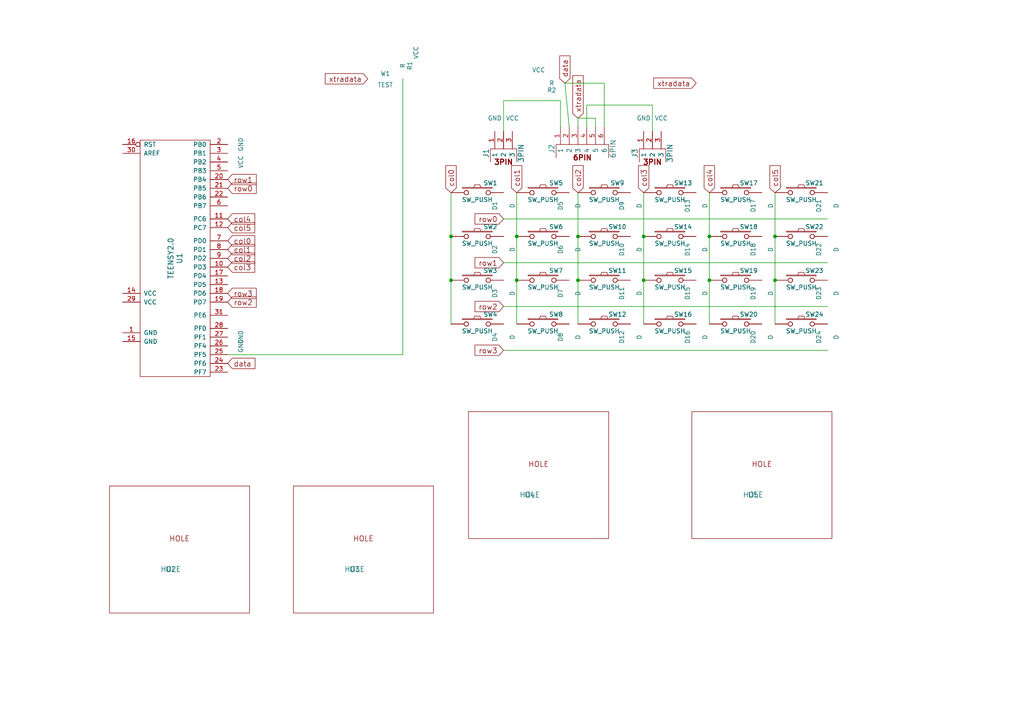
<source format=kicad_sch>
(kicad_sch (version 20230121) (generator eeschema)
  (paper "A4")
  (lib_symbols
    (symbol "lets_split:3PIN" (pin_names (offset 1.016))
      (property "Reference" "J" (at -1.27 5.08 0))
      (property "Value" "3PIN" (at -1.27 -5.08 0))
      (symbol "3PIN_0_0"
        (text "3PIN" (at -3.81 0 900) (effects (font (size 1.524 1.524) bold)))
      )
      (symbol "3PIN_0_1"
        (polyline (pts (xy -3.81 3.81) (xy 0 3.81) (xy 0 -3.81) (xy -3.81 -3.81)))
      )
      (symbol "3PIN_1_1"
        (pin input line (at 5.08 2.54 180) (length 5.08) (name "1") (number "1"))
        (pin power_in line (at 5.08 0 180) (length 5.08) (name "2") (number "2"))
        (pin output line (at 5.08 -2.54 180) (length 5.08) (name "3") (number "3"))
      )
    )
    (symbol "lets_split:6PIN" (pin_names (offset 1.016))
      (property "Reference" "J" (at -1.27 8.89 0))
      (property "Value" "6PIN" (at -1.27 -8.89 0))
      (symbol "6PIN_0_0"
        (polyline (pts (xy -3.81 7.62) (xy 0 7.62) (xy 0 -7.62) (xy -3.81 -7.62)))
        (text "6PIN" (at -3.81 0 900) (effects (font (size 1.524 1.524) bold)))
      )
      (symbol "6PIN_1_1"
        (pin input line (at 5.08 6.35 180) (length 5.08) (name "1") (number "1"))
        (pin power_in line (at 5.08 3.81 180) (length 5.08) (name "2") (number "2"))
        (pin output line (at 5.08 1.27 180) (length 5.08) (name "3") (number "3"))
        (pin power_in line (at 5.08 -1.27 180) (length 5.08) (name "4") (number "4"))
        (pin input line (at 5.08 -3.81 180) (length 5.08) (name "5") (number "5"))
        (pin input line (at 5.08 -6.35 180) (length 5.08) (name "6") (number "6"))
      )
    )
    (symbol "lets_split:HOLE" (pin_names (offset 1.016))
      (property "Reference" "U" (at 0 0 0))
      (property "Value" "HOLE" (at 0 0 0))
      (symbol "HOLE_0_0"
        (text "HOLE" (at 2.54 8.89 0) (effects (font (size 1.524 1.524))))
      )
      (symbol "HOLE_0_1"
        (rectangle (start -17.78 24.13) (end 22.86 -12.7))
      )
    )
    (symbol "lets_split:SW_PUSH" (pin_numbers hide) (pin_names (offset 1.016) hide)
      (property "Reference" "SW" (at 3.81 2.794 0))
      (property "Value" "SW_PUSH" (at 0 -2.032 0))
      (symbol "SW_PUSH_0_1"
        (rectangle (start -4.318 1.27) (end 4.318 1.524))
        (polyline (pts (xy -1.016 1.524) (xy -0.762 2.286) (xy 0.762 2.286) (xy 1.016 1.524)))
        (pin passive inverted (at -7.62 0 0) (length 5.08) (name "1") (number "1"))
        (pin passive inverted (at 7.62 0 180) (length 5.08) (name "2") (number "2"))
      )
    )
    (symbol "lets_split:TEENSY2.0" (pin_names (offset 1.016))
      (property "Reference" "U" (at 1.27 0 90))
      (property "Value" "TEENSY2.0" (at -1.27 0 90))
      (symbol "TEENSY2.0_0_1"
        (rectangle (start -10.16 34.29) (end 10.16 -34.29))
      )
      (symbol "TEENSY2.0_1_1"
        (pin power_out line (at -15.24 -21.59 0) (length 5.08) (name "GND") (number "1"))
        (pin bidirectional line (at 15.24 -2.54 180) (length 5.08) (name "PD3") (number "10"))
        (pin bidirectional line (at 15.24 11.43 180) (length 5.08) (name "PC6") (number "11"))
        (pin bidirectional line (at 15.24 8.89 180) (length 5.08) (name "PC7") (number "12"))
        (pin bidirectional line (at 15.24 -7.62 180) (length 5.08) (name "PD5") (number "13"))
        (pin power_out line (at -15.24 -10.16 0) (length 5.08) (name "VCC") (number "14"))
        (pin power_out line (at -15.24 -24.13 0) (length 5.08) (name "GND") (number "15"))
        (pin input inverted (at -15.24 33.02 0) (length 5.08) (name "RST") (number "16"))
        (pin bidirectional line (at 15.24 -5.08 180) (length 5.08) (name "PD4") (number "17"))
        (pin bidirectional line (at 15.24 -10.16 180) (length 5.08) (name "PD6") (number "18"))
        (pin bidirectional line (at 15.24 -12.7 180) (length 5.08) (name "PD7") (number "19"))
        (pin bidirectional line (at 15.24 33.02 180) (length 5.08) (name "PB0") (number "2"))
        (pin bidirectional line (at 15.24 22.86 180) (length 5.08) (name "PB4") (number "20"))
        (pin bidirectional line (at 15.24 20.32 180) (length 5.08) (name "PB5") (number "21"))
        (pin bidirectional line (at 15.24 17.78 180) (length 5.08) (name "PB6") (number "22"))
        (pin bidirectional line (at 15.24 -33.02 180) (length 5.08) (name "PF7") (number "23"))
        (pin bidirectional line (at 15.24 -30.48 180) (length 5.08) (name "PF6") (number "24"))
        (pin bidirectional line (at 15.24 -27.94 180) (length 5.08) (name "PF5") (number "25"))
        (pin bidirectional line (at 15.24 -25.4 180) (length 5.08) (name "PF4") (number "26"))
        (pin bidirectional line (at 15.24 -22.86 180) (length 5.08) (name "PF1") (number "27"))
        (pin bidirectional line (at 15.24 -20.32 180) (length 5.08) (name "PF0") (number "28"))
        (pin power_out line (at -15.24 -12.7 0) (length 5.08) (name "VCC") (number "29"))
        (pin bidirectional line (at 15.24 30.48 180) (length 5.08) (name "PB1") (number "3"))
        (pin input line (at -15.24 30.48 0) (length 5.08) (name "AREF") (number "30"))
        (pin bidirectional line (at 15.24 -16.51 180) (length 5.08) (name "PE6") (number "31"))
        (pin bidirectional line (at 15.24 27.94 180) (length 5.08) (name "PB2") (number "4"))
        (pin bidirectional line (at 15.24 25.4 180) (length 5.08) (name "PB3") (number "5"))
        (pin bidirectional line (at 15.24 15.24 180) (length 5.08) (name "PB7") (number "6"))
        (pin bidirectional line (at 15.24 5.08 180) (length 5.08) (name "PD0") (number "7"))
        (pin bidirectional line (at 15.24 2.54 180) (length 5.08) (name "PD1") (number "8"))
        (pin bidirectional line (at 15.24 0 180) (length 5.08) (name "PD2") (number "9"))
      )
    )
  )
  (junction (at 130.81 68.58))
  (junction (at 224.79 81.28))
  (junction (at 186.69 68.58))
  (junction (at 224.79 68.58))
  (junction (at 130.81 81.28))
  (junction (at 205.74 68.58))
  (junction (at 186.69 81.28))
  (junction (at 167.64 81.28))
  (junction (at 149.86 68.58))
  (junction (at 149.86 81.28))
  (junction (at 167.64 68.58))
  (junction (at 205.74 81.28))
  (wire (pts (xy 186.69 81.28) (xy 186.69 93.98)))
  (wire (pts (xy 130.81 68.58) (xy 130.81 81.28)))
  (wire (pts (xy 146.05 38.1) (xy 146.05 29.21)))
  (wire (pts (xy 130.81 55.88) (xy 130.81 68.58)))
  (wire (pts (xy 146.05 63.5) (xy 240.03 63.5)))
  (wire (pts (xy 167.64 68.58) (xy 167.64 81.28)))
  (wire (pts (xy 149.86 55.88) (xy 149.86 68.58)))
  (wire (pts (xy 116.84 22.86) (xy 116.84 102.87)))
  (wire (pts (xy 224.79 68.58) (xy 224.79 81.28)))
  (wire (pts (xy 224.79 55.88) (xy 224.79 68.58)))
  (wire (pts (xy 146.05 29.21) (xy 162.56 29.21)))
  (wire (pts (xy 146.05 101.6) (xy 240.03 101.6)))
  (wire (pts (xy 162.56 29.21) (xy 162.56 36.83)))
  (wire (pts (xy 163.83 24.13) (xy 165.1 36.83)))
  (wire (pts (xy 149.86 81.28) (xy 149.86 93.98)))
  (wire (pts (xy 205.74 68.58) (xy 205.74 81.28)))
  (wire (pts (xy 167.64 34.29) (xy 167.64 36.83)))
  (wire (pts (xy 149.86 68.58) (xy 149.86 81.28)))
  (wire (pts (xy 189.23 38.1) (xy 189.23 30.48)))
  (wire (pts (xy 146.05 88.9) (xy 240.03 88.9)))
  (wire (pts (xy 205.74 55.88) (xy 205.74 68.58)))
  (wire (pts (xy 172.72 34.29) (xy 167.64 34.29)))
  (wire (pts (xy 167.64 55.88) (xy 167.64 68.58)))
  (wire (pts (xy 175.26 24.13) (xy 175.26 36.83)))
  (wire (pts (xy 224.79 81.28) (xy 224.79 93.98)))
  (wire (pts (xy 163.83 24.13) (xy 175.26 24.13)))
  (wire (pts (xy 167.64 81.28) (xy 167.64 93.98)))
  (wire (pts (xy 186.69 68.58) (xy 186.69 81.28)))
  (wire (pts (xy 189.23 30.48) (xy 170.18 30.48)))
  (wire (pts (xy 170.18 30.48) (xy 170.18 36.83)))
  (wire (pts (xy 146.05 76.2) (xy 240.03 76.2)))
  (wire (pts (xy 172.72 36.83) (xy 172.72 34.29)))
  (wire (pts (xy 116.84 102.87) (xy 66.04 102.87)))
  (wire (pts (xy 205.74 81.28) (xy 205.74 93.98)))
  (wire (pts (xy 130.81 81.28) (xy 130.81 93.98)))
  (wire (pts (xy 186.69 55.88) (xy 186.69 68.58)))
  (global_label "col1" (shape input) (at 66.04 72.39 0) (effects (font (size 1.524 1.524))) (property "Intersheetrefs" "${INTERSHEET_REFS}" (effects hide)))
  (global_label "data" (shape input) (at 66.04 105.41 0) (effects (font (size 1.524 1.524))) (property "Intersheetrefs" "${INTERSHEET_REFS}" (effects hide)))
  (global_label "row2" (shape input) (at 146.05 88.9 180) (effects (font (size 1.524 1.524))) (property "Intersheetrefs" "${INTERSHEET_REFS}" (effects hide)))
  (global_label "data" (shape input) (at 163.83 24.13 90) (effects (font (size 1.524 1.524))) (property "Intersheetrefs" "${INTERSHEET_REFS}" (effects hide)))
  (global_label "col2" (shape input) (at 167.64 55.88 90) (effects (font (size 1.524 1.524))) (property "Intersheetrefs" "${INTERSHEET_REFS}" (effects hide)))
  (global_label "col2" (shape input) (at 66.04 74.93 0) (effects (font (size 1.524 1.524))) (property "Intersheetrefs" "${INTERSHEET_REFS}" (effects hide)))
  (global_label "xtradata" (shape input) (at 201.93 24.13 180) (effects (font (size 1.524 1.524))) (property "Intersheetrefs" "${INTERSHEET_REFS}" (effects hide)))
  (global_label "col0" (shape input) (at 130.81 55.88 90) (effects (font (size 1.524 1.524))) (property "Intersheetrefs" "${INTERSHEET_REFS}" (effects hide)))
  (global_label "col4" (shape input) (at 205.74 55.88 90) (effects (font (size 1.524 1.524))) (property "Intersheetrefs" "${INTERSHEET_REFS}" (effects hide)))
  (global_label "col5" (shape input) (at 224.79 55.88 90) (effects (font (size 1.524 1.524))) (property "Intersheetrefs" "${INTERSHEET_REFS}" (effects hide)))
  (global_label "col3" (shape input) (at 186.69 55.88 90) (effects (font (size 1.524 1.524))) (property "Intersheetrefs" "${INTERSHEET_REFS}" (effects hide)))
  (global_label "row1" (shape input) (at 66.04 52.07 0) (effects (font (size 1.524 1.524))) (property "Intersheetrefs" "${INTERSHEET_REFS}" (effects hide)))
  (global_label "col5" (shape input) (at 66.04 66.04 0) (effects (font (size 1.524 1.524))) (property "Intersheetrefs" "${INTERSHEET_REFS}" (effects hide)))
  (global_label "row0" (shape input) (at 66.04 54.61 0) (effects (font (size 1.524 1.524))) (property "Intersheetrefs" "${INTERSHEET_REFS}" (effects hide)))
  (global_label "col1" (shape input) (at 149.86 55.88 90) (effects (font (size 1.524 1.524))) (property "Intersheetrefs" "${INTERSHEET_REFS}" (effects hide)))
  (global_label "row2" (shape input) (at 66.04 87.63 0) (effects (font (size 1.524 1.524))) (property "Intersheetrefs" "${INTERSHEET_REFS}" (effects hide)))
  (global_label "col3" (shape input) (at 66.04 77.47 0) (effects (font (size 1.524 1.524))) (property "Intersheetrefs" "${INTERSHEET_REFS}" (effects hide)))
  (global_label "row0" (shape input) (at 146.05 63.5 180) (effects (font (size 1.524 1.524))) (property "Intersheetrefs" "${INTERSHEET_REFS}" (effects hide)))
  (global_label "row3" (shape input) (at 146.05 101.6 180) (effects (font (size 1.524 1.524))) (property "Intersheetrefs" "${INTERSHEET_REFS}" (effects hide)))
  (global_label "col4" (shape input) (at 66.04 63.5 0) (effects (font (size 1.524 1.524))) (property "Intersheetrefs" "${INTERSHEET_REFS}" (effects hide)))
  (global_label "col0" (shape input) (at 66.04 69.85 0) (effects (font (size 1.524 1.524))) (property "Intersheetrefs" "${INTERSHEET_REFS}" (effects hide)))
  (global_label "xtradata" (shape input) (at 106.68 22.86 180) (effects (font (size 1.524 1.524))) (property "Intersheetrefs" "${INTERSHEET_REFS}" (effects hide)))
  (global_label "xtradata" (shape input) (at 167.64 34.29 90) (effects (font (size 1.524 1.524))) (property "Intersheetrefs" "${INTERSHEET_REFS}" (effects hide)))
  (global_label "row1" (shape input) (at 146.05 76.2 180) (effects (font (size 1.524 1.524))) (property "Intersheetrefs" "${INTERSHEET_REFS}" (effects hide)))
  (global_label "row3" (shape input) (at 66.04 85.09 0) (effects (font (size 1.524 1.524))) (property "Intersheetrefs" "${INTERSHEET_REFS}" (effects hide)))
  (symbol (lib_id "lets_split:SW_PUSH") (at 138.43 55.88 0) (unit 1)
    (property "Reference" "SW1" (at 142.24 53.086 0))
    (property "Value" "SW_PUSH" (at 138.43 57.912 0))
    (property "Footprint" "local:MXALPS_FLIP" (effects hide))
  )
  (symbol (lib_id "D") (at 146.05 59.69 90) (unit 1)
    (property "Reference" "D1" (at 143.51 59.69 0))
    (property "Value" "D" (at 148.59 59.69 0))
    (property "Footprint" "Diodes_THT:Diode_DO-41_SOD81_Horizontal_RM10" (effects hide))
  )
  (symbol (lib_id "lets_split:SW_PUSH") (at 157.48 55.88 0) (unit 1)
    (property "Reference" "SW5" (at 161.29 53.086 0))
    (property "Value" "SW_PUSH" (at 157.48 57.912 0))
    (property "Footprint" "local:MXALPS_FLIP" (effects hide))
  )
  (symbol (lib_id "D") (at 165.1 59.69 90) (unit 1)
    (property "Reference" "D5" (at 162.56 59.69 0))
    (property "Value" "D" (at 167.64 59.69 0))
    (property "Footprint" "Diodes_THT:Diode_DO-41_SOD81_Horizontal_RM10" (effects hide))
  )
  (symbol (lib_id "lets_split:SW_PUSH") (at 175.26 55.88 0) (unit 1)
    (property "Reference" "SW9" (at 179.07 53.086 0))
    (property "Value" "SW_PUSH" (at 175.26 57.912 0))
    (property "Footprint" "local:MXALPS_FLIP" (effects hide))
  )
  (symbol (lib_id "D") (at 182.88 59.69 90) (unit 1)
    (property "Reference" "D9" (at 180.34 59.69 0))
    (property "Value" "D" (at 185.42 59.69 0))
    (property "Footprint" "Diodes_THT:Diode_DO-41_SOD81_Horizontal_RM10" (effects hide))
  )
  (symbol (lib_id "lets_split:SW_PUSH") (at 194.31 55.88 0) (unit 1)
    (property "Reference" "SW13" (at 198.12 53.086 0))
    (property "Value" "SW_PUSH" (at 194.31 57.912 0))
    (property "Footprint" "local:MXALPS_FLIP" (effects hide))
  )
  (symbol (lib_id "D") (at 201.93 59.69 90) (unit 1)
    (property "Reference" "D13" (at 199.39 59.69 0))
    (property "Value" "D" (at 204.47 59.69 0))
    (property "Footprint" "Diodes_THT:Diode_DO-41_SOD81_Horizontal_RM10" (effects hide))
  )
  (symbol (lib_id "lets_split:SW_PUSH") (at 213.36 55.88 0) (unit 1)
    (property "Reference" "SW17" (at 217.17 53.086 0))
    (property "Value" "SW_PUSH" (at 213.36 57.912 0))
    (property "Footprint" "local:MXALPS_FLIP" (effects hide))
  )
  (symbol (lib_id "D") (at 220.98 59.69 90) (unit 1)
    (property "Reference" "D17" (at 218.44 59.69 0))
    (property "Value" "D" (at 223.52 59.69 0))
    (property "Footprint" "Diodes_THT:Diode_DO-41_SOD81_Horizontal_RM10" (effects hide))
  )
  (symbol (lib_id "lets_split:SW_PUSH") (at 232.41 55.88 0) (unit 1)
    (property "Reference" "SW21" (at 236.22 53.086 0))
    (property "Value" "SW_PUSH" (at 232.41 57.912 0))
    (property "Footprint" "local:MXALPS_FLIP" (effects hide))
  )
  (symbol (lib_id "D") (at 240.03 59.69 90) (unit 1)
    (property "Reference" "D21" (at 237.49 59.69 0))
    (property "Value" "D" (at 242.57 59.69 0))
    (property "Footprint" "Diodes_THT:Diode_DO-41_SOD81_Horizontal_RM10" (effects hide))
  )
  (symbol (lib_id "lets_split:SW_PUSH") (at 138.43 68.58 0) (unit 1)
    (property "Reference" "SW2" (at 142.24 65.786 0))
    (property "Value" "SW_PUSH" (at 138.43 70.612 0))
    (property "Footprint" "local:MXALPS_FLIP" (effects hide))
  )
  (symbol (lib_id "D") (at 146.05 72.39 90) (unit 1)
    (property "Reference" "D2" (at 143.51 72.39 0))
    (property "Value" "D" (at 148.59 72.39 0))
    (property "Footprint" "Diodes_THT:Diode_DO-41_SOD81_Horizontal_RM10" (effects hide))
  )
  (symbol (lib_id "lets_split:SW_PUSH") (at 157.48 68.58 0) (unit 1)
    (property "Reference" "SW6" (at 161.29 65.786 0))
    (property "Value" "SW_PUSH" (at 157.48 70.612 0))
    (property "Footprint" "local:MXALPS_FLIP" (effects hide))
  )
  (symbol (lib_id "D") (at 165.1 72.39 90) (unit 1)
    (property "Reference" "D6" (at 162.56 72.39 0))
    (property "Value" "D" (at 167.64 72.39 0))
    (property "Footprint" "Diodes_THT:Diode_DO-41_SOD81_Horizontal_RM10" (effects hide))
  )
  (symbol (lib_id "lets_split:SW_PUSH") (at 175.26 68.58 0) (unit 1)
    (property "Reference" "SW10" (at 179.07 65.786 0))
    (property "Value" "SW_PUSH" (at 175.26 70.612 0))
    (property "Footprint" "local:MXALPS_FLIP" (effects hide))
  )
  (symbol (lib_id "D") (at 182.88 72.39 90) (unit 1)
    (property "Reference" "D10" (at 180.34 72.39 0))
    (property "Value" "D" (at 185.42 72.39 0))
    (property "Footprint" "Diodes_THT:Diode_DO-41_SOD81_Horizontal_RM10" (effects hide))
  )
  (symbol (lib_id "lets_split:SW_PUSH") (at 194.31 68.58 0) (unit 1)
    (property "Reference" "SW14" (at 198.12 65.786 0))
    (property "Value" "SW_PUSH" (at 194.31 70.612 0))
    (property "Footprint" "local:MXALPS_FLIP" (effects hide))
  )
  (symbol (lib_id "D") (at 201.93 72.39 90) (unit 1)
    (property "Reference" "D14" (at 199.39 72.39 0))
    (property "Value" "D" (at 204.47 72.39 0))
    (property "Footprint" "Diodes_THT:Diode_DO-41_SOD81_Horizontal_RM10" (effects hide))
  )
  (symbol (lib_id "lets_split:SW_PUSH") (at 213.36 68.58 0) (unit 1)
    (property "Reference" "SW18" (at 217.17 65.786 0))
    (property "Value" "SW_PUSH" (at 213.36 70.612 0))
    (property "Footprint" "local:MXALPS_FLIP" (effects hide))
  )
  (symbol (lib_id "D") (at 220.98 72.39 90) (unit 1)
    (property "Reference" "D18" (at 218.44 72.39 0))
    (property "Value" "D" (at 223.52 72.39 0))
    (property "Footprint" "Diodes_THT:Diode_DO-41_SOD81_Horizontal_RM10" (effects hide))
  )
  (symbol (lib_id "lets_split:SW_PUSH") (at 232.41 68.58 0) (unit 1)
    (property "Reference" "SW22" (at 236.22 65.786 0))
    (property "Value" "SW_PUSH" (at 232.41 70.612 0))
    (property "Footprint" "local:MXALPS_FLIP" (effects hide))
  )
  (symbol (lib_id "D") (at 240.03 72.39 90) (unit 1)
    (property "Reference" "D22" (at 237.49 72.39 0))
    (property "Value" "D" (at 242.57 72.39 0))
    (property "Footprint" "Diodes_THT:Diode_DO-41_SOD81_Horizontal_RM10" (effects hide))
  )
  (symbol (lib_id "lets_split:SW_PUSH") (at 138.43 81.28 0) (unit 1)
    (property "Reference" "SW3" (at 142.24 78.486 0))
    (property "Value" "SW_PUSH" (at 138.43 83.312 0))
    (property "Footprint" "local:MXALPS_FLIP" (effects hide))
  )
  (symbol (lib_id "D") (at 146.05 85.09 90) (unit 1)
    (property "Reference" "D3" (at 143.51 85.09 0))
    (property "Value" "D" (at 148.59 85.09 0))
    (property "Footprint" "Diodes_THT:Diode_DO-41_SOD81_Horizontal_RM10" (effects hide))
  )
  (symbol (lib_id "lets_split:SW_PUSH") (at 157.48 81.28 0) (unit 1)
    (property "Reference" "SW7" (at 161.29 78.486 0))
    (property "Value" "SW_PUSH" (at 157.48 83.312 0))
    (property "Footprint" "local:MXALPS_FLIP" (effects hide))
  )
  (symbol (lib_id "D") (at 165.1 85.09 90) (unit 1)
    (property "Reference" "D7" (at 162.56 85.09 0))
    (property "Value" "D" (at 167.64 85.09 0))
    (property "Footprint" "Diodes_THT:Diode_DO-41_SOD81_Horizontal_RM10" (effects hide))
  )
  (symbol (lib_id "lets_split:SW_PUSH") (at 175.26 81.28 0) (unit 1)
    (property "Reference" "SW11" (at 179.07 78.486 0))
    (property "Value" "SW_PUSH" (at 175.26 83.312 0))
    (property "Footprint" "local:MXALPS_FLIP" (effects hide))
  )
  (symbol (lib_id "D") (at 182.88 85.09 90) (unit 1)
    (property "Reference" "D11" (at 180.34 85.09 0))
    (property "Value" "D" (at 185.42 85.09 0))
    (property "Footprint" "Diodes_THT:Diode_DO-41_SOD81_Horizontal_RM10" (effects hide))
  )
  (symbol (lib_id "lets_split:SW_PUSH") (at 194.31 81.28 0) (unit 1)
    (property "Reference" "SW15" (at 198.12 78.486 0))
    (property "Value" "SW_PUSH" (at 194.31 83.312 0))
    (property "Footprint" "local:MXALPS_FLIP" (effects hide))
  )
  (symbol (lib_id "D") (at 201.93 85.09 90) (unit 1)
    (property "Reference" "D15" (at 199.39 85.09 0))
    (property "Value" "D" (at 204.47 85.09 0))
    (property "Footprint" "Diodes_THT:Diode_DO-41_SOD81_Horizontal_RM10" (effects hide))
  )
  (symbol (lib_id "lets_split:SW_PUSH") (at 213.36 81.28 0) (unit 1)
    (property "Reference" "SW19" (at 217.17 78.486 0))
    (property "Value" "SW_PUSH" (at 213.36 83.312 0))
    (property "Footprint" "local:MXALPS_FLIP" (effects hide))
  )
  (symbol (lib_id "D") (at 220.98 85.09 90) (unit 1)
    (property "Reference" "D19" (at 218.44 85.09 0))
    (property "Value" "D" (at 223.52 85.09 0))
    (property "Footprint" "Diodes_THT:Diode_DO-41_SOD81_Horizontal_RM10" (effects hide))
  )
  (symbol (lib_id "lets_split:SW_PUSH") (at 232.41 81.28 0) (unit 1)
    (property "Reference" "SW23" (at 236.22 78.486 0))
    (property "Value" "SW_PUSH" (at 232.41 83.312 0))
    (property "Footprint" "local:MXALPS_FLIP" (effects hide))
  )
  (symbol (lib_id "D") (at 240.03 85.09 90) (unit 1)
    (property "Reference" "D23" (at 237.49 85.09 0))
    (property "Value" "D" (at 242.57 85.09 0))
    (property "Footprint" "Diodes_THT:Diode_DO-41_SOD81_Horizontal_RM10" (effects hide))
  )
  (symbol (lib_id "lets_split:SW_PUSH") (at 138.43 93.98 0) (unit 1)
    (property "Reference" "SW4" (at 142.24 91.186 0))
    (property "Value" "SW_PUSH" (at 138.43 96.012 0))
    (property "Footprint" "local:MXALPS_FLIP" (effects hide))
  )
  (symbol (lib_id "D") (at 146.05 97.79 90) (unit 1)
    (property "Reference" "D4" (at 143.51 97.79 0))
    (property "Value" "D" (at 148.59 97.79 0))
    (property "Footprint" "Diodes_THT:Diode_DO-41_SOD81_Horizontal_RM10" (effects hide))
  )
  (symbol (lib_id "lets_split:SW_PUSH") (at 157.48 93.98 0) (unit 1)
    (property "Reference" "SW8" (at 161.29 91.186 0))
    (property "Value" "SW_PUSH" (at 157.48 96.012 0))
    (property "Footprint" "local:MXALPS_FLIP" (effects hide))
  )
  (symbol (lib_id "D") (at 165.1 97.79 90) (unit 1)
    (property "Reference" "D8" (at 162.56 97.79 0))
    (property "Value" "D" (at 167.64 97.79 0))
    (property "Footprint" "Diodes_THT:Diode_DO-41_SOD81_Horizontal_RM10" (effects hide))
  )
  (symbol (lib_id "lets_split:SW_PUSH") (at 175.26 93.98 0) (unit 1)
    (property "Reference" "SW12" (at 179.07 91.186 0))
    (property "Value" "SW_PUSH" (at 175.26 96.012 0))
    (property "Footprint" "local:MXALPS_FLIP" (effects hide))
  )
  (symbol (lib_id "D") (at 182.88 97.79 90) (unit 1)
    (property "Reference" "D12" (at 180.34 97.79 0))
    (property "Value" "D" (at 185.42 97.79 0))
    (property "Footprint" "Diodes_THT:Diode_DO-41_SOD81_Horizontal_RM10" (effects hide))
  )
  (symbol (lib_id "lets_split:SW_PUSH") (at 194.31 93.98 0) (unit 1)
    (property "Reference" "SW16" (at 198.12 91.186 0))
    (property "Value" "SW_PUSH" (at 194.31 96.012 0))
    (property "Footprint" "local:MXALPS_FLIP" (effects hide))
  )
  (symbol (lib_id "D") (at 201.93 97.79 90) (unit 1)
    (property "Reference" "D16" (at 199.39 97.79 0))
    (property "Value" "D" (at 204.47 97.79 0))
    (property "Footprint" "Diodes_THT:Diode_DO-41_SOD81_Horizontal_RM10" (effects hide))
  )
  (symbol (lib_id "lets_split:SW_PUSH") (at 213.36 93.98 0) (unit 1)
    (property "Reference" "SW20" (at 217.17 91.186 0))
    (property "Value" "SW_PUSH" (at 213.36 96.012 0))
    (property "Footprint" "local:MXALPS_FLIP" (effects hide))
  )
  (symbol (lib_id "D") (at 220.98 97.79 90) (unit 1)
    (property "Reference" "D20" (at 218.44 97.79 0))
    (property "Value" "D" (at 223.52 97.79 0))
    (property "Footprint" "Diodes_THT:Diode_DO-41_SOD81_Horizontal_RM10" (effects hide))
  )
  (symbol (lib_id "lets_split:SW_PUSH") (at 232.41 93.98 0) (unit 1)
    (property "Reference" "SW24" (at 236.22 91.186 0))
    (property "Value" "SW_PUSH" (at 232.41 96.012 0))
    (property "Footprint" "local:MXALPS_FLIP" (effects hide))
  )
  (symbol (lib_id "D") (at 240.03 97.79 90) (unit 1)
    (property "Reference" "D24" (at 237.49 97.79 0))
    (property "Value" "D" (at 242.57 97.79 0))
    (property "Footprint" "Diodes_THT:Diode_DO-41_SOD81_Horizontal_RM10" (effects hide))
  )
  (symbol (lib_id "lets_split:TEENSY2.0") (at 50.8 74.93 0) (unit 1)
    (property "Reference" "U1" (at 52.07 74.93 90) (effects (font (size 1.524 1.524))))
    (property "Value" "TEENSY2.0" (at 49.53 74.93 90) (effects (font (size 1.524 1.524))))
    (property "Footprint" "local:TEENSY_2.0" (effects hide))
  )
  (symbol (lib_id "lets_split:6PIN") (at 168.91 41.91 90) (unit 1)
    (property "Reference" "J2" (at 160.02 43.18 0) (effects (font (size 1.524 1.524))))
    (property "Value" "6PIN" (at 177.8 43.18 0) (effects (font (size 1.524 1.524))))
    (property "Footprint" "local:4pin35mmAudio" (effects hide))
  )
  (symbol (lib_id "lets_split:3PIN") (at 146.05 43.18 90) (unit 1)
    (property "Reference" "J1" (at 140.97 44.45 0) (effects (font (size 1.524 1.524))))
    (property "Value" "3PIN" (at 151.13 44.45 0) (effects (font (size 1.524 1.524))))
    (property "Footprint" "local:jumper" (effects hide))
  )
  (symbol (lib_id "lets_split:3PIN") (at 189.23 43.18 90) (unit 1)
    (property "Reference" "J3" (at 184.15 44.45 0) (effects (font (size 1.524 1.524))))
    (property "Value" "3PIN" (at 194.31 44.45 0) (effects (font (size 1.524 1.524))))
    (property "Footprint" "local:jumper" (effects hide))
  )
  (symbol (lib_id "VCC") (at 191.77 38.1 0) (unit 1)
    (property "Reference" "#PWR01" (effects hide))
    (property "Value" "VCC" (at 191.77 34.29 0))
  )
  (symbol (lib_id "VCC") (at 148.59 38.1 0) (unit 1)
    (property "Reference" "#PWR02" (effects hide))
    (property "Value" "VCC" (at 148.59 34.29 0))
  )
  (symbol (lib_id "GND") (at 143.51 38.1 180) (unit 1)
    (property "Reference" "#PWR03" (effects hide))
    (property "Value" "GND" (at 143.51 34.29 0))
  )
  (symbol (lib_id "GND") (at 186.69 38.1 180) (unit 1)
    (property "Reference" "#PWR04" (effects hide))
    (property "Value" "GND" (at 186.69 34.29 0))
  )
  (symbol (lib_id "R") (at 160.02 24.13 270) (unit 1)
    (property "Reference" "R2" (at 160.02 26.162 90))
    (property "Value" "R" (at 160.02 24.13 90))
    (property "Footprint" "local:RESISTOR" (effects hide))
  )
  (symbol (lib_id "lets_split:HOLE") (at 49.53 165.1 0) (unit 1)
    (property "Reference" "U2" (at 49.53 165.1 0) (effects (font (size 1.524 1.524))))
    (property "Value" "HOLE" (at 49.53 165.1 0) (effects (font (size 1.524 1.524))))
    (property "Footprint" "local:HOLE" (effects hide))
  )
  (symbol (lib_id "lets_split:HOLE") (at 102.87 165.1 0) (unit 1)
    (property "Reference" "U3" (at 102.87 165.1 0) (effects (font (size 1.524 1.524))))
    (property "Value" "HOLE" (at 102.87 165.1 0) (effects (font (size 1.524 1.524))))
    (property "Footprint" "local:HOLE" (effects hide))
  )
  (symbol (lib_id "lets_split:HOLE") (at 153.67 143.51 0) (unit 1)
    (property "Reference" "U4" (at 153.67 143.51 0) (effects (font (size 1.524 1.524))))
    (property "Value" "HOLE" (at 153.67 143.51 0) (effects (font (size 1.524 1.524))))
    (property "Footprint" "local:HOLE" (effects hide))
  )
  (symbol (lib_id "lets_split:HOLE") (at 218.44 143.51 0) (unit 1)
    (property "Reference" "U5" (at 218.44 143.51 0) (effects (font (size 1.524 1.524))))
    (property "Value" "HOLE" (at 218.44 143.51 0) (effects (font (size 1.524 1.524))))
    (property "Footprint" "local:HOLE" (effects hide))
  )
  (symbol (lib_id "TEST_1P") (at 201.93 24.13 0) (unit 1)
    (property "Reference" "W2" (at 201.93 17.272 0))
    (property "Value" "TEST_1P" (at 201.93 19.05 0))
    (property "Footprint" "Wire_Pads:SolderWirePad_single_2mmDrill" (effects hide))
  )
  (symbol (lib_id "TEST") (at 111.76 22.86 0) (unit 1)
    (property "Reference" "W1" (at 111.76 21.336 0))
    (property "Value" "TEST" (at 111.76 24.638 0))
    (property "Footprint" "local:JUMPER_SMD_2DUB" (effects hide))
  )
  (symbol (lib_id "R") (at 116.84 19.05 0) (unit 1)
    (property "Reference" "R1" (at 118.872 19.05 90))
    (property "Value" "R" (at 116.84 19.05 90))
    (property "Footprint" "local:RESISTOR" (effects hide))
  )
  (symbol (lib_id "VCC") (at 156.21 24.13 0) (unit 1)
    (property "Reference" "#PWR05" (effects hide))
    (property "Value" "VCC" (at 156.21 20.32 0))
  )
  (symbol (lib_id "VCC") (at 116.84 15.24 270) (unit 1)
    (property "Reference" "#PWR06" (effects hide))
    (property "Value" "VCC" (at 120.65 15.24 0))
  )
  (symbol (lib_id "VCC") (at 66.04 46.99 270) (unit 1)
    (property "Reference" "#PWR07" (effects hide))
    (property "Value" "VCC" (at 69.85 46.99 0))
  )
  (symbol (lib_id "GND") (at 66.04 41.91 90) (unit 1)
    (property "Reference" "#PWR08" (effects hide))
    (property "Value" "GND" (at 69.85 41.91 0))
  )
  (symbol (lib_id "GND") (at 66.04 97.79 90) (unit 1)
    (property "Reference" "#PWR09" (effects hide))
    (property "Value" "GND" (at 69.85 97.79 0))
  )
  (symbol (lib_id "GND") (at 66.04 100.33 90) (unit 1)
    (property "Reference" "#PWR010" (effects hide))
    (property "Value" "GND" (at 69.85 100.33 0))
  )
)
</source>
